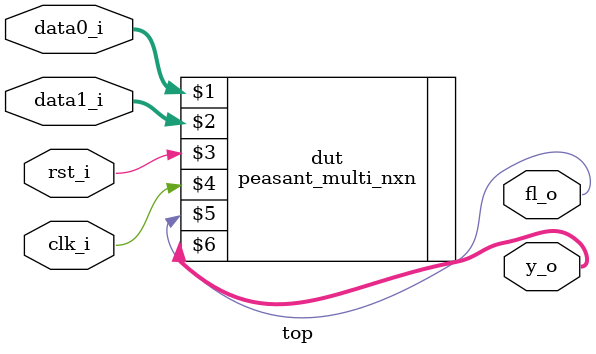
<source format=sv>
module top#(parameter n=16) (data0_i,data1_i,rst_i,clk_i,fl_o,y_o);
input logic [n-1:0] data0_i,data1_i;
input logic rst_i,clk_i;
output logic [2*n-1:0]y_o;
output logic fl_o;
    peasant_multi_nxn#(n) dut(data0_i,data1_i,rst_i,clk_i,fl_o,y_o);
endmodule:top

</source>
